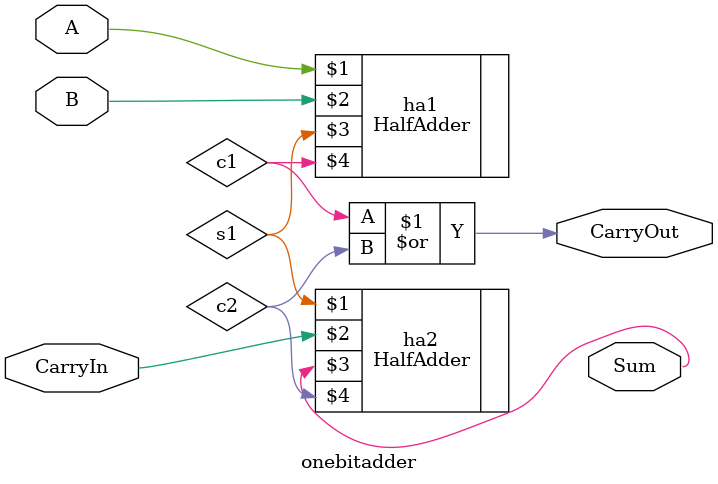
<source format=v>
module onebitadder(A, B, CarryIn, Sum, CarryOut);

	input A;
	input B;
	input CarryIn;

	output Sum;
	output CarryOut;
	wire s1;
	wire c1;
	wire c2;

	HalfAdder ha1 (A, B , s1, c1);
	HalfAdder ha2 (s1, CarryIn, Sum, c2);
	assign CarryOut = (c1 | c2);

endmodule

</source>
